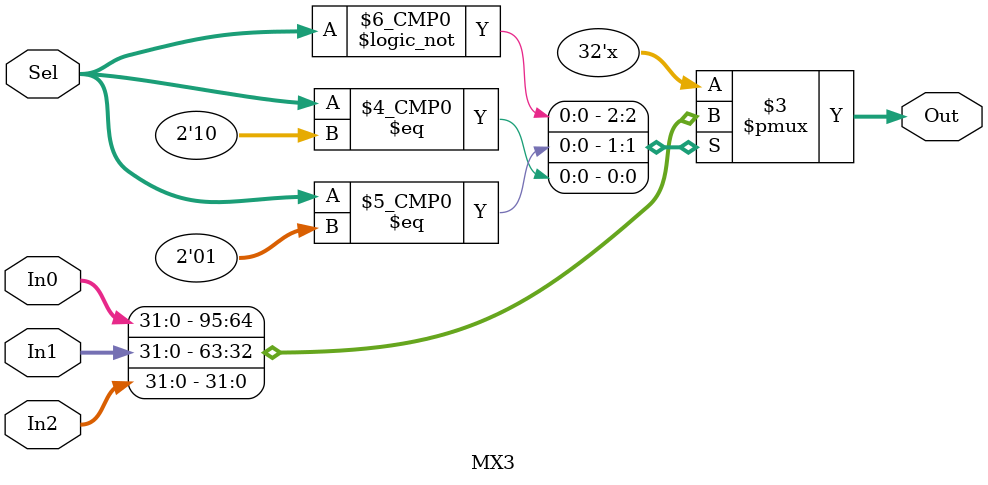
<source format=v>
`timescale 1ns / 1ps


module MX3(In0, In1, In2, Sel, Out);
    parameter D_Width = 32;
    input [1:0]Sel;
    input [D_Width-1:0] In0, In1, In2;
    output reg [D_Width-1:0]Out;
    always@(*)begin
        case(Sel)
            2'b00: Out = In0;
            2'b01: Out = In1;
            2'b10: Out = In2;
        endcase
    end
endmodule

</source>
